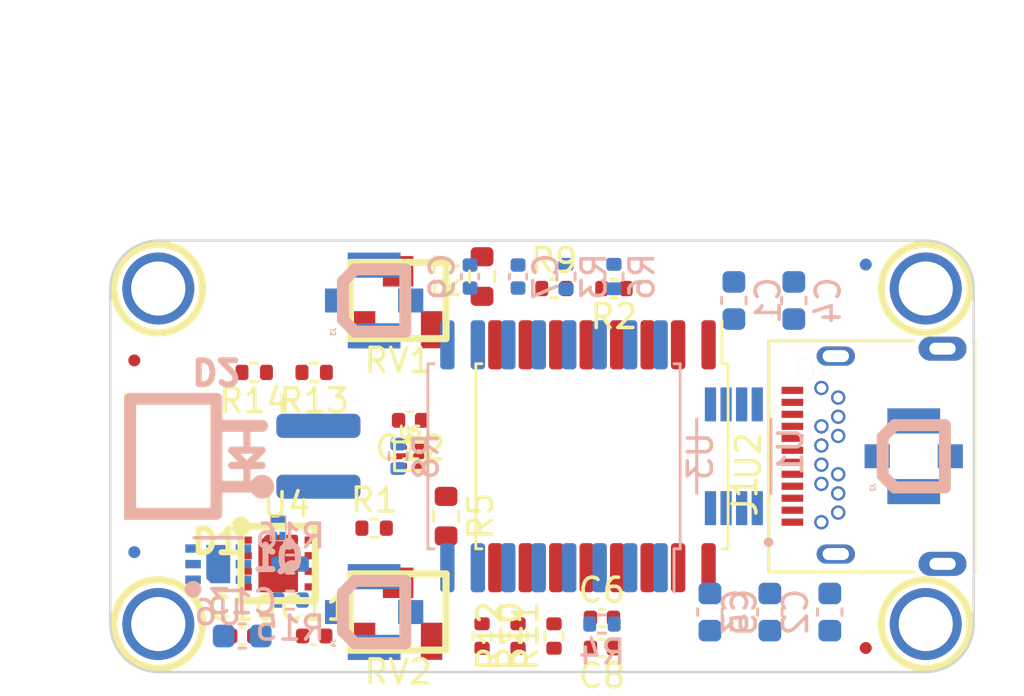
<source format=kicad_pcb>
(kicad_pcb (version 20221018) (generator pcbnew)
  (title_block (title "wingbeat_detector") (date "2023-03-17") (rev "3.0") (company "Howard Hughes Medical Institute"))
  (layers (0 "F.Cu" signal) (1 "In1.Cu" signal "Ground.Cu") (2 "In2.Cu" signal "V5+.Cu") (31 "B.Cu" signal) (34 "B.Paste" user) (35 "F.Paste" user) (36 "B.SilkS" user "B.Silkscreen") (37 "F.SilkS" user "F.Silkscreen") (38 "B.Mask" user) (39 "F.Mask" user) (44 "Edge.Cuts" user))
  (net 0 "")
  (net 3 "/GND")
  (net 12 "/power/C1+")
  (net 19 "/power/C1-")
  (net 20 "/power/C2+")
  (net 21 "/power/C2-")
  (net 22 "Net-(D2-K)")
  (net 23 "Net-(D2-A)")
  (net 28 "/filter/BANDPASS_BUFFERED")
  (net 29 "Net-(U2-Vin1)")
  (net 31 "Net-(U2-Vin2)")
  (net 32 "/filter/HIGHPASS_AMPLIFIED")
  (net 33 "Net-(U3-Vin1)")
  (net 34 "Net-(U3-Vin2)")
  (net 35 "/filter/HIGHPASS")
  (net 36 "Net-(U2-Fadj1)")
  (net 37 "Net-(U3-HPVo)")
  (net 38 "Net-(U3-Fadj1)")
  (net 39 "Net-(U2-BPVo)")
  (net 40 "Net-(U2-Fadj2)")
  (net 41 "Net-(U3-BPVo)")
  (net 42 "Net-(U3-Fadj2)")
  (net 43 "Net-(U2-AAin-)")
  (net 44 "/led/VB")
  (net 45 "/V5+")
  (net 46 "/V10+")
  (net 47 "/V10-")
  (net 48 "Net-(D1-K)")
  (net 49 "/PHOTODIODE_RAW")
  (net 51 "/filter/LOWPASS")
  (net 52 "/led/LED_ENABLE")
  (net 54 "Net-(R10-Pad2)")
  (net 56 "/photodiode/PHOTODIODE_BUFFERED")
  (net 57 "/photodiode/PHOTODIODE_BUFFERED_SCALED")
  (footprint "Janelia:MOUNTING_HOLE_2" (layer "F.Cu") (at 166 93)
    (fp_text reference "H2" hide)
    (fp_text value "MOUNTING_HOLE_2" hide)
    (fp_circle (center 0 0) (end 1.85 0) (stroke (width 0.3)) (fill none) (layer "F.SilkS"))
    (pad "1" thru_hole circle (at 0 0) (size 3 3) (drill 2.26) (layers "*.Cu" "*.Mask") (net 3 "/GND"))
  )
  (footprint "Janelia:USB_C_Receptacle_Amphenol_10137062-00021LF" (layer "F.Cu") (at 161 100 90)
    (fp_text reference "J1" (at -1.651 -2.54 90) (layer "F.SilkS"))
    (fp_text value "USB_C_10137062-00021LF")
    (fp_line (start -4.825 -1.55) (end -4.825 4.5) (stroke (width 0.127)) (layer "F.SilkS"))
    (fp_line (start -4.825 -1.55) (end 4.825 -1.55) (stroke (width 0.127)) (layer "F.SilkS"))
    (fp_line (start 4.825 -1.55) (end 4.825 4.5) (stroke (width 0.127)) (layer "F.SilkS"))
    (fp_line (start 4.825 7.05) (end -4.825 7.05) (stroke (width 0.127)) (layer "F.SilkS"))
    (fp_line (start 3.5 -0.325) (end 3.8 -0.325) (stroke (width 0.01)) (layer "Edge.Cuts"))
    (fp_line (start 3.8 0.325) (end 3.5 0.325) (stroke (width 0.01)) (layer "Edge.Cuts"))
    (fp_arc (start 3.175 0) (mid 3.27019 -0.22981) (end 3.5 -0.325) (stroke (width 0.01)) (layer "Edge.Cuts"))
    (fp_arc (start 3.5 0.325) (mid 3.27019 0.22981) (end 3.175 0) (stroke (width 0.01)) (layer "Edge.Cuts"))
    (fp_arc (start 3.8 -0.325) (mid 4.02981 -0.22981) (end 4.125 0) (stroke (width 0.01)) (layer "Edge.Cuts"))
    (fp_arc (start 4.125 0) (mid 4.02981 0.22981) (end 3.8 0.325) (stroke (width 0.01)) (layer "Edge.Cuts"))
    (pad "" np_thru_hole circle (at -3.55 0 90) (size 0.65 0.65) (drill 0.65) (layers "*.Cu" "*.Mask"))
    (pad "" np_thru_hole oval (at 3.65 0 90) (size 0.95 0.65) (drill oval 0.95 0.65) (layers "*.Cu" "*.Mask"))
    (pad "A1" smd rect (at -2.75 -0.56 90) (size 0.3 0.9) (layers "F.Cu" "F.Paste" "F.Mask") (net 3 "/GND"))
    (pad "A2" smd rect (at -2.25 -0.56 90) (size 0.3 0.9) (layers "F.Cu" "F.Paste" "F.Mask"))
    (pad "A3" smd rect (at -1.75 -0.56 90) (size 0.3 0.9) (layers "F.Cu" "F.Paste" "F.Mask"))
    (pad "A4" smd rect (at -1.25 -0.56 90) (size 0.3 0.9) (layers "F.Cu" "F.Paste" "F.Mask") (net 45 "/V5+"))
    (pad "A5" smd rect (at -0.75 -0.56 90) (size 0.3 0.9) (layers "F.Cu" "F.Paste" "F.Mask"))
    (pad "A6" smd rect (at -0.25 -0.56 90) (size 0.3 0.9) (layers "F.Cu" "F.Paste" "F.Mask"))
    (pad "A7" smd rect (at 0.25 -0.56 90) (size 0.3 0.9) (layers "F.Cu" "F.Paste" "F.Mask"))
    (pad "A8" smd rect (at 0.75 -0.56 90) (size 0.3 0.9) (layers "F.Cu" "F.Paste" "F.Mask"))
    (pad "A9" smd rect (at 1.25 -0.56 90) (size 0.3 0.9) (layers "F.Cu" "F.Paste" "F.Mask") (net 45 "/V5+"))
    (pad "A10" smd rect (at 1.75 -0.56 90) (size 0.3 0.9) (layers "F.Cu" "F.Paste" "F.Mask"))
    (pad "A11" smd rect (at 2.25 -0.56 90) (size 0.3 0.9) (layers "F.Cu" "F.Paste" "F.Mask"))
    (pad "A12" smd rect (at 2.75 -0.56 90) (size 0.3 0.9) (layers "F.Cu" "F.Paste" "F.Mask") (net 3 "/GND"))
    (pad "B1" thru_hole circle (at 2.85 0.65 90) (size 0.6 0.6) (drill 0.4) (layers "*.Cu" "*.Mask") (net 3 "/GND"))
    (pad "B2" thru_hole circle (at 2.45 1.35 90) (size 0.6 0.6) (drill 0.4) (layers "*.Cu" "*.Mask"))
    (pad "B3" thru_hole circle (at 1.65 1.35 90) (size 0.6 0.6) (drill 0.4) (layers "*.Cu" "*.Mask"))
    (pad "B4" thru_hole circle (at 1.25 0.65 90) (size 0.6 0.6) (drill 0.4) (layers "*.Cu" "*.Mask") (net 45 "/V5+"))
    (pad "B5" thru_hole circle (at 0.85 1.35 90) (size 0.6 0.6) (drill 0.4) (layers "*.Cu" "*.Mask"))
    (pad "B6" thru_hole circle (at 0.45 0.65 90) (size 0.6 0.6) (drill 0.4) (layers "*.Cu" "*.Mask"))
    (pad "B7" thru_hole circle (at -0.35 0.65 90) (size 0.6 0.6) (drill 0.4) (layers "*.Cu" "*.Mask"))
    (pad "B8" thru_hole circle (at -0.75 1.35 90) (size 0.6 0.6) (drill 0.4) (layers "*.Cu" "*.Mask"))
    (pad "B9" thru_hole circle (at -1.15 0.65 90) (size 0.6 0.6) (drill 0.4) (layers "*.Cu" "*.Mask") (net 45 "/V5+"))
    (pad "B10" thru_hole circle (at -1.55 1.35 90) (size 0.6 0.6) (drill 0.4) (layers "*.Cu" "*.Mask"))
    (pad "B11" thru_hole circle (at -2.35 1.35 90) (size 0.6 0.6) (drill 0.4) (layers "*.Cu" "*.Mask"))
    (pad "B12" thru_hole circle (at -2.75 0.65 90) (size 0.6 0.6) (drill 0.4) (layers "*.Cu" "*.Mask") (net 3 "/GND"))
    (pad "S1" thru_hole oval (at -4.08 1.25 90) (size 0.8 1.6) (drill oval 0.5 1.1) (layers "*.Cu" "*.Mask"))
    (pad "S2" thru_hole oval (at 4.18 1.25 90) (size 0.8 1.6) (drill oval 0.5 1.1) (layers "*.Cu" "*.Mask"))
    (pad "S3" thru_hole oval (at -4.49 5.7 90) (size 1 2) (drill oval 0.5 1.1) (layers "*.Cu" "*.Mask"))
    (pad "S4" thru_hole oval (at 4.49 5.7 90) (size 1 2) (drill oval 0.5 1.1) (layers "*.Cu" "*.Mask"))
  )
  (footprint "Janelia:R_0402_1005Metric" (layer "F.Cu") (at 138 96.5 180)
    (fp_text reference "R14" (at 0 -1.17) (layer "F.SilkS"))
    (fp_text value "49.9k")
    (fp_line (start -0.153641 -0.38) (end 0.153641 -0.38) (stroke (width 0.12)) (layer "F.SilkS"))
    (fp_line (start -0.153641 0.38) (end 0.153641 0.38) (stroke (width 0.12)) (layer "F.SilkS"))
    (pad "1" smd roundrect (at -0.51 0 180) (size 0.54 0.64) (layers "F.Cu" "F.Paste" "F.Mask") (net 57 "/photodiode/PHOTODIODE_BUFFERED_SCALED"))
    (pad "2" smd roundrect (at 0.51 0 180) (size 0.54 0.64) (layers "F.Cu" "F.Paste" "F.Mask") (net 3 "/GND"))
  )
  (footprint "Janelia:VSON-8-1EP_3x3mm_P0.65mm_EP1.65x2.4mm" (layer "F.Cu") (at 139 104.475)
    (fp_text reference "U4" (at 0.35 -2.45) (layer "F.SilkS"))
    (fp_text value "OPA381")
    (fp_rect (start -1.55 -1.55) (end 1.55 1.55) (stroke (width 0.3)) (fill none) (layer "F.SilkS"))
    (fp_circle (center -1.55 -1.55) (end -1.6 -1.8) (stroke (width 0.3)) (fill none) (layer "F.SilkS"))
    (pad "1" smd roundrect (at -1.4 -0.975) (size 0.6 0.3) (layers "F.Cu" "F.Paste" "F.Mask") (roundrect_rratio 0.1))
    (pad "2" smd roundrect (at -1.4 -0.325) (size 0.6 0.3) (layers "F.Cu" "F.Paste" "F.Mask") (roundrect_rratio 0.1) (net 48 "Net-(D1-K)"))
    (pad "3" smd roundrect (at -1.4 0.325) (size 0.6 0.3) (layers "F.Cu" "F.Paste" "F.Mask") (roundrect_rratio 0.1) (net 3 "/GND"))
    (pad "4" smd roundrect (at -1.4 0.975) (size 0.6 0.3) (layers "F.Cu" "F.Paste" "F.Mask") (roundrect_rratio 0.1) (net 3 "/GND"))
    (pad "5" smd roundrect (at 1.4 0.975) (size 0.6 0.3) (layers "F.Cu" "F.Paste" "F.Mask") (roundrect_rratio 0.1))
    (pad "6" smd roundrect (at 1.4 0.325) (size 0.6 0.3) (layers "F.Cu" "F.Paste" "F.Mask") (roundrect_rratio 0.1) (net 49 "/PHOTODIODE_RAW"))
    (pad "7" smd roundrect (at 1.4 -0.325) (size 0.6 0.3) (layers "F.Cu" "F.Paste" "F.Mask") (roundrect_rratio 0.1) (net 45 "/V5+"))
    (pad "8" smd roundrect (at 1.4 -0.975) (size 0.6 0.3) (layers "F.Cu" "F.Paste" "F.Mask") (roundrect_rratio 0.1))
    (pad "9" smd roundrect (at 0 0) (size 1.65 2.4) (layers "F.Cu" "F.Mask") (roundrect_rratio 0.05) (chamfer_ratio 0.2) (chamfer top_left) (net 3 "/GND"))
  )
  (footprint "Janelia:R_0402_1005Metric" (layer "F.Cu") (at 150.5 93)
    (fp_text reference "R9" (at 0 -1.17) (layer "F.SilkS"))
    (fp_text value "249")
    (fp_line (start -0.153641 -0.38) (end 0.153641 -0.38) (stroke (width 0.12)) (layer "F.SilkS"))
    (fp_line (start -0.153641 0.38) (end 0.153641 0.38) (stroke (width 0.12)) (layer "F.SilkS"))
    (pad "1" smd roundrect (at -0.51 0) (size 0.54 0.64) (layers "F.Cu" "F.Paste" "F.Mask") (net 43 "Net-(U2-AAin-)"))
    (pad "2" smd roundrect (at 0.51 0) (size 0.54 0.64) (layers "F.Cu" "F.Paste" "F.Mask") (net 3 "/GND"))
  )
  (footprint "Janelia:FIDUCIAL_0.5mm_Mask1mm" (layer "F.Cu") (at 133 96)
    (fp_text reference "FID1")
    (fp_text value "FIDUCIAL_0.5mm_MASK1mm")
    (pad "" smd circle (at 0 0) (size 0.5 0.5) (layers "F.Cu" "F.Mask") (clearance 0.25))
  )
  (footprint "Janelia:SOIC-16W_7.5x10.3mm_P1.27mm" (layer "F.Cu") (at 152.5 100 -90)
    (fp_text reference "U2" (at 0 -6.1 90) (layer "F.SilkS"))
    (fp_text value "UAF42_SMA")
    (fp_line (start -3.86 -5.26) (end -3.86 -5.005) (stroke (width 0.12)) (layer "F.SilkS"))
    (fp_line (start -3.86 -5.005) (end -5.675 -5.005) (stroke (width 0.12)) (layer "F.SilkS"))
    (fp_line (start -3.86 5.26) (end -3.86 5.005) (stroke (width 0.12)) (layer "F.SilkS"))
    (fp_line (start 0 -5.26) (end -3.86 -5.26) (stroke (width 0.12)) (layer "F.SilkS"))
    (fp_line (start 0 -5.26) (end 3.86 -5.26) (stroke (width 0.12)) (layer "F.SilkS"))
    (fp_line (start 0 5.26) (end -3.86 5.26) (stroke (width 0.12)) (layer "F.SilkS"))
    (fp_line (start 0 5.26) (end 3.86 5.26) (stroke (width 0.12)) (layer "F.SilkS"))
    (fp_line (start 3.86 -5.26) (end 3.86 -5.005) (stroke (width 0.12)) (layer "F.SilkS"))
    (fp_line (start 3.86 5.26) (end 3.86 5.005) (stroke (width 0.12)) (layer "F.SilkS"))
    (pad "1" smd roundrect (at -4.65 -4.445 270) (size 2.05 0.6) (layers "F.Cu" "F.Paste" "F.Mask"))
    (pad "2" smd roundrect (at -4.65 -3.175 270) (size 2.05 0.6) (layers "F.Cu" "F.Paste" "F.Mask") (net 3 "/GND"))
    (pad "3" smd roundrect (at -4.65 -1.905 270) (size 2.05 0.6) (layers "F.Cu" "F.Paste" "F.Mask"))
    (pad "4" smd roundrect (at -4.65 -0.635 270) (size 2.05 0.6) (layers "F.Cu" "F.Paste" "F.Mask") (net 31 "Net-(U2-Vin2)"))
    (pad "5" smd roundrect (at -4.65 0.635 270) (size 2.05 0.6) (layers "F.Cu" "F.Paste" "F.Mask") (net 35 "/filter/HIGHPASS"))
    (pad "6" smd roundrect (at -4.65 1.905 270) (size 2.05 0.6) (layers "F.Cu" "F.Paste" "F.Mask") (net 43 "Net-(U2-AAin-)"))
    (pad "7" smd roundrect (at -4.65 3.175 270) (size 2.05 0.6) (layers "F.Cu" "F.Paste" "F.Mask") (net 32 "/filter/HIGHPASS_AMPLIFIED"))
    (pad "8" smd roundrect (at -4.65 4.445 270) (size 2.05 0.6) (layers "F.Cu" "F.Paste" "F.Mask") (net 39 "Net-(U2-BPVo)"))
    (pad "9" smd roundrect (at 4.65 4.445 270) (size 2.05 0.6) (layers "F.Cu" "F.Paste" "F.Mask") (net 36 "Net-(U2-Fadj1)"))
    (pad "10" smd roundrect (at 4.65 3.175 270) (size 2.05 0.6) (layers "F.Cu" "F.Paste" "F.Mask") (net 47 "/V10-"))
    (pad "11" smd roundrect (at 4.65 1.905 270) (size 2.05 0.6) (layers "F.Cu" "F.Paste" "F.Mask") (net 46 "/V10+"))
    (pad "12" smd roundrect (at 4.65 0.635 270) (size 2.05 0.6) (layers "F.Cu" "F.Paste" "F.Mask") (net 3 "/GND"))
    (pad "13" smd roundrect (at 4.65 -0.635 270) (size 2.05 0.6) (layers "F.Cu" "F.Paste" "F.Mask") (net 29 "Net-(U2-Vin1)"))
    (pad "14" smd roundrect (at 4.65 -1.905 270) (size 2.05 0.6) (layers "F.Cu" "F.Paste" "F.Mask") (net 35 "/filter/HIGHPASS"))
    (pad "15" smd roundrect (at 4.65 -3.175 270) (size 2.05 0.6) (layers "F.Cu" "F.Paste" "F.Mask") (net 3 "/GND"))
    (pad "16" smd roundrect (at 4.65 -4.445 270) (size 2.05 0.6) (layers "F.Cu" "F.Paste" "F.Mask") (net 40 "Net-(U2-Fadj2)"))
  )
  (footprint "Janelia:R_0402_1005Metric" (layer "F.Cu") (at 149 107.5 90)
    (fp_text reference "R12" (at 0 -1.17 90) (layer "F.SilkS"))
    (fp_text value "49.9k")
    (fp_line (start -0.153641 -0.38) (end 0.153641 -0.38) (stroke (width 0.12)) (layer "F.SilkS"))
    (fp_line (start -0.153641 0.38) (end 0.153641 0.38) (stroke (width 0.12)) (layer "F.SilkS"))
    (pad "1" smd roundrect (at -0.51 0 90) (size 0.54 0.64) (layers "F.Cu" "F.Paste" "F.Mask") (net 54 "Net-(R10-Pad2)"))
    (pad "2" smd roundrect (at 0.51 0 90) (size 0.54 0.64) (layers "F.Cu" "F.Paste" "F.Mask") (net 49 "/PHOTODIODE_RAW"))
  )
  (footprint "Janelia:MOUNTING_HOLE_2" (layer "F.Cu") (at 134 107)
    (fp_text reference "H4" hide)
    (fp_text value "MOUNTING_HOLE_2" hide)
    (fp_circle (center 0 0) (end 1.85 0) (stroke (width 0.3)) (fill none) (layer "F.SilkS"))
    (pad "1" thru_hole circle (at 0 0) (size 3 3) (drill 2.26) (layers "*.Cu" "*.Mask") (net 3 "/GND"))
  )
  (footprint "Janelia:R_0402_1005Metric" (layer "F.Cu") (at 147.5 107.5 -90)
    (fp_text reference "R10" (at 0 -1.17 90) (layer "F.SilkS"))
    (fp_text value "49.9k")
    (fp_line (start -0.153641 -0.38) (end 0.153641 -0.38) (stroke (width 0.12)) (layer "F.SilkS"))
    (fp_line (start -0.153641 0.38) (end 0.153641 0.38) (stroke (width 0.12)) (layer "F.SilkS"))
    (pad "1" smd roundrect (at -0.51 0 270) (size 0.54 0.64) (layers "F.Cu" "F.Paste" "F.Mask") (net 3 "/GND"))
    (pad "2" smd roundrect (at 0.51 0 270) (size 0.54 0.64) (layers "F.Cu" "F.Paste" "F.Mask") (net 54 "Net-(R10-Pad2)"))
  )
  (footprint "Janelia:R_0402_1005Metric" (layer "F.Cu") (at 143 103)
    (fp_text reference "R1" (at 0 -1.17) (layer "F.SilkS"))
    (fp_text value "49.9k")
    (fp_line (start -0.153641 -0.38) (end 0.153641 -0.38) (stroke (width 0.12)) (layer "F.SilkS"))
    (fp_line (start -0.153641 0.38) (end 0.153641 0.38) (stroke (width 0.12)) (layer "F.SilkS"))
    (pad "1" smd roundrect (at -0.51 0) (size 0.54 0.64) (layers "F.Cu" "F.Paste" "F.Mask") (net 49 "/PHOTODIODE_RAW"))
    (pad "2" smd roundrect (at 0.51 0) (size 0.54 0.64) (layers "F.Cu" "F.Paste" "F.Mask") (net 29 "Net-(U2-Vin1)"))
  )
  (footprint "Janelia:R_0402_1005Metric" (layer "F.Cu") (at 150.5 107.5 90)
    (fp_text reference "R11" (at 0 -1.17 90) (layer "F.SilkS"))
    (fp_text value "49.9k")
    (fp_line (start -0.153641 -0.38) (end 0.153641 -0.38) (stroke (width 0.12)) (layer "F.SilkS"))
    (fp_line (start -0.153641 0.38) (end 0.153641 0.38) (stroke (width 0.12)) (layer "F.SilkS"))
    (pad "1" smd roundrect (at -0.51 0 90) (size 0.54 0.64) (layers "F.Cu" "F.Paste" "F.Mask") (net 54 "Net-(R10-Pad2)"))
    (pad "2" smd roundrect (at 0.51 0 90) (size 0.54 0.64) (layers "F.Cu" "F.Paste" "F.Mask") (net 47 "/V10-"))
  )
  (footprint "Janelia:R_0603_1608Metric" (layer "F.Cu") (at 146 102.5 -90)
    (fp_text reference "R5" (at 0 -1.43 90) (layer "F.SilkS"))
    (fp_text value "3.65M")
    (fp_line (start -0.237258 -0.5225) (end 0.237258 -0.5225) (stroke (width 0.12)) (layer "F.SilkS"))
    (fp_line (start -0.237258 0.5225) (end 0.237258 0.5225) (stroke (width 0.12)) (layer "F.SilkS"))
    (pad "1" smd roundrect (at -0.825 0 270) (size 0.8 0.95) (layers "F.Cu" "F.Paste" "F.Mask") (net 35 "/filter/HIGHPASS"))
    (pad "2" smd roundrect (at 0.825 0 270) (size 0.8 0.95) (layers "F.Cu" "F.Paste" "F.Mask") (net 36 "Net-(U2-Fadj1)"))
  )
  (footprint "Janelia:R_0603_1608Metric" (layer "F.Cu") (at 147.5 92.5 90)
    (fp_text reference "R7" (at 0 -1.43 90) (layer "F.SilkS"))
    (fp_text value "3.65M")
    (fp_line (start -0.237258 -0.5225) (end 0.237258 -0.5225) (stroke (width 0.12)) (layer "F.SilkS"))
    (fp_line (start -0.237258 0.5225) (end 0.237258 0.5225) (stroke (width 0.12)) (layer "F.SilkS"))
    (pad "1" smd roundrect (at -0.825 0 90) (size 0.8 0.95) (layers "F.Cu" "F.Paste" "F.Mask") (net 39 "Net-(U2-BPVo)"))
    (pad "2" smd roundrect (at 0.825 0 90) (size 0.8 0.95) (layers "F.Cu" "F.Paste" "F.Mask") (net 40 "Net-(U2-Fadj2)"))
  )
  (footprint "Janelia:MOUNTING_HOLE_2" (layer "F.Cu") (at 166 107)
    (fp_text reference "H3" hide)
    (fp_text value "MOUNTING_HOLE_2" hide)
    (fp_circle (center 0 0) (end 1.85 0) (stroke (width 0.3)) (fill none) (layer "F.SilkS"))
    (pad "1" thru_hole circle (at 0 0) (size 3 3) (drill 2.26) (layers "*.Cu" "*.Mask") (net 3 "/GND"))
  )
  (footprint "Janelia:C_0402_1005Metric" (layer "F.Cu") (at 152.5 108 180)
    (fp_text reference "C8" (at 0 -1.16) (layer "F.SilkS"))
    (fp_text value "0.1uF")
    (fp_line (start -0.107836 -0.36) (end 0.107836 -0.36) (stroke (width 0.12)) (layer "F.SilkS"))
    (fp_line (start -0.107836 0.36) (end 0.107836 0.36) (stroke (width 0.12)) (layer "F.SilkS"))
    (pad "1" smd roundrect (at -0.48 0 180) (size 0.56 0.62) (layers "F.Cu" "F.Paste" "F.Mask") (net 3 "/GND"))
    (pad "2" smd roundrect (at 0.48 0 180) (size 0.56 0.62) (layers "F.Cu" "F.Paste" "F.Mask") (net 47 "/V10-"))
  )
  (footprint "Janelia:PHOTODIODE_RADIAL_RA_SMD_BRIGHT" (layer "F.Cu") (at 136.425 100 -90)
    (fp_text reference "D1" (at 3.556 0 unlocked) (layer "F.SilkS") (effects (font (thickness 0.25) bold)))
    (fp_text value "PHOTODIODE")
    (fp_line (start -1.27 0) (end -1.27 -1.905) (stroke (width 0.5)) (layer "F.SilkS"))
    (fp_line (start -0.254 -1.905) (end -0.254 -0.635) (stroke (width 0.3)) (layer "F.SilkS"))
    (fp_line (start -0.254 -1.27) (end -1.27 -1.27) (stroke (width 0.3)) (layer "F.SilkS"))
    (fp_line (start -0.254 -0.635) (end 0.381 -1.27) (stroke (width 0.3)) (layer "F.SilkS"))
    (fp_line (start 0.381 -1.905) (end 0.381 -0.635) (stroke (width 0.3)) (layer "F.SilkS"))
    (fp_line (start 0.381 -1.27) (end -0.254 -1.905) (stroke (width 0.3)) (layer "F.SilkS"))
    (fp_line (start 0.381 -1.27) (end 1.27 -1.27) (stroke (width 0.3)) (layer "F.SilkS"))
    (fp_line (start 1.27 0) (end 1.27 -1.905) (stroke (width 0.5)) (layer "F.SilkS"))
    (fp_rect (start -2.4 3.6) (end 2.4 0) (stroke (width 0.5)) (fill none) (layer "F.SilkS"))
    (fp_circle (center 1.27 -1.905) (end 1.27 -2.255) (stroke (width 0.3)) (fill none) (layer "F.SilkS"))
    (pad "1" smd roundrect (at 1.27 -4.25) (size 3.5 1) (layers "F.Cu" "F.Paste" "F.Mask") (net 48 "Net-(D1-K)"))
    (pad "2" smd roundrect (at -1.27 -4.25) (size 3.5 1) (layers "F.Cu" "F.Paste" "F.Mask") (net 3 "/GND"))
  )
  (footprint "Janelia:Potentiometer_Bourns_3223W_Vertical" (layer "F.Cu") (at 144 106.5 90)
    (fp_text reference "RV2" (at -2.5 0) (layer "F.SilkS"))
    (fp_text value "500k")
    (fp_rect (start -1.59 -2) (end 1.59 2) (stroke (width 0.3)) (fill none) (layer "F.SilkS"))
    (pad "1" smd rect (at -1.22 -1.395 90) (size 1.55 0.89) (layers "F.Cu" "F.Paste" "F.Mask") (net 48 "Net-(D1-K)"))
    (pad "2" smd rect (at 1.22 0 90) (size 1.27 1.27) (layers "F.Cu" "F.Paste" "F.Mask") (net 49 "/PHOTODIODE_RAW"))
    (pad "3" smd rect (at -1.22 1.395 90) (size 1.55 0.89) (layers "F.Cu" "F.Paste" "F.Mask"))
  )
  (footprint "Janelia:C_0402_1005Metric" (layer "F.Cu") (at 152.5 106.75)
    (fp_text reference "C6" (at 0 -1.16) (layer "F.SilkS"))
    (fp_text value "0.1uF")
    (fp_line (start -0.107836 -0.36) (end 0.107836 -0.36) (stroke (width 0.12)) (layer "F.SilkS"))
    (fp_line (start -0.107836 0.36) (end 0.107836 0.36) (stroke (width 0.12)) (layer "F.SilkS"))
    (pad "1" smd roundrect (at -0.48 0) (size 0.56 0.62) (layers "F.Cu" "F.Paste" "F.Mask") (net 46 "/V10+"))
    (pad "2" smd roundrect (at 0.48 0) (size 0.56 0.62) (layers "F.Cu" "F.Paste" "F.Mask") (net 3 "/GND"))
  )
  (footprint "Janelia:C_0402_1005Metric" (layer "F.Cu") (at 137.5 107.5)
    (fp_text reference "C10" (at 0 -1.16) (layer "F.SilkS"))
    (fp_text value "0.1uF")
    (fp_line (start -0.107836 -0.36) (end 0.107836 -0.36) (stroke (width 0.12)) (layer "F.SilkS"))
    (fp_line (start -0.107836 0.36) (end 0.107836 0.36) (stroke (width 0.12)) (layer "F.SilkS"))
    (pad "1" smd roundrect (at -0.48 0) (size 0.56 0.62) (layers "F.Cu" "F.Paste" "F.Mask") (net 45 "/V5+"))
    (pad "2" smd roundrect (at 0.48 0) (size 0.56 0.62) (layers "F.Cu" "F.Paste" "F.Mask") (net 3 "/GND"))
  )
  (footprint "Janelia:FIDUCIAL_0.5mm_Mask1mm" (layer "F.Cu") (at 163.5 108)
    (fp_text reference "FID3")
    (fp_text value "FIDUCIAL_0.5mm_MASK1mm")
    (pad "" smd circle (at 0 0) (size 0.5 0.5) (layers "F.Cu" "F.Mask") (clearance 0.25))
  )
  (footprint "Janelia:R_0402_1005Metric" (layer "F.Cu") (at 153 93 180)
    (fp_text reference "R2" (at 0 -1.17) (layer "F.SilkS"))
    (fp_text value "68.1k")
    (fp_line (start -0.153641 -0.38) (end 0.153641 -0.38) (stroke (width 0.12)) (layer "F.SilkS"))
    (fp_line (start -0.153641 0.38) (end 0.153641 0.38) (stroke (width 0.12)) (layer "F.SilkS"))
    (pad "1" smd roundrect (at -0.51 0 180) (size 0.54 0.64) (layers "F.Cu" "F.Paste" "F.Mask") (net 31 "Net-(U2-Vin2)"))
    (pad "2" smd roundrect (at 0.51 0 180) (size 0.54 0.64) (layers "F.Cu" "F.Paste" "F.Mask") (net 3 "/GND"))
  )
  (footprint "Janelia:C_0402_1005Metric" (layer "F.Cu") (at 144.5 98.5 180)
    (fp_text reference "C12" (at 0 -1.16) (layer "F.SilkS"))
    (fp_text value "0.1uF")
    (fp_line (start -0.107836 -0.36) (end 0.107836 -0.36) (stroke (width 0.12)) (layer "F.SilkS"))
    (fp_line (start -0.107836 0.36) (end 0.107836 0.36) (stroke (width 0.12)) (layer "F.SilkS"))
    (pad "1" smd roundrect (at -0.48 0 180) (size 0.56 0.62) (layers "F.Cu" "F.Paste" "F.Mask") (net 45 "/V5+"))
    (pad "2" smd roundrect (at 0.48 0 180) (size 0.56 0.62) (layers "F.Cu" "F.Paste" "F.Mask") (net 3 "/GND"))
  )
  (footprint "Janelia:PSON40P120X130X50-6N" (layer "F.Cu") (at 144.5 100)
    (fp_text reference "U5" (at 0 -1) (layer "F.SilkS") (effects (font (size 0.48 0.48))))
    (fp_text value "TSV630IQ1T")
    (fp_rect (start -0.65 -0.6) (end 0.65 0.6) (stroke (width 0.127)) (fill none) (layer "F.SilkS"))
    (fp_circle (center -0.7 -0.65) (end -0.65 -0.65) (stroke (width 0.1)) (fill none) (layer "F.SilkS"))
    (pad "1" smd roundrect (at -0.3625 -0.4) (size 0.475 0.25) (layers "F.Cu" "F.Paste" "F.Mask") (roundrect_rratio 0.2) (chamfer_ratio 0.4) (chamfer top_right) (net 56 "/photodiode/PHOTODIODE_BUFFERED"))
    (pad "2" smd roundrect (at -0.3625 0) (size 0.475 0.25) (layers "F.Cu" "F.Paste" "F.Mask") (roundrect_rratio 0.2) (net 3 "/GND"))
    (pad "3" smd roundrect (at -0.3625 0.4) (size 0.475 0.25) (layers "F.Cu" "F.Paste" "F.Mask") (roundrect_rratio 0.2) (net 56 "/photodiode/PHOTODIODE_BUFFERED"))
    (pad "4" smd roundrect (at 0.3625 0.4) (size 0.475 0.25) (layers "F.Cu" "F.Paste" "F.Mask") (roundrect_rratio 0.2) (net 49 "/PHOTODIODE_RAW"))
    (pad "5" smd roundrect (at 0.3625 0) (size 0.475 0.25) (layers "F.Cu" "F.Paste" "F.Mask") (roundrect_rratio 0.2) (net 45 "/V5+"))
    (pad "6" smd roundrect (at 0.3625 -0.4) (size 0.475 0.25) (layers "F.Cu" "F.Paste" "F.Mask") (roundrect_rratio 0.2) (net 45 "/V5+"))
  )
  (footprint "Janelia:MOUNTING_HOLE_2" (layer "F.Cu") (at 134 93)
    (fp_text reference "H1" hide)
    (fp_text value "MOUNTING_HOLE_2" hide)
    (fp_circle (center 0 0) (end 1.85 0) (stroke (width 0.3)) (fill none) (layer "F.SilkS"))
    (pad "1" thru_hole circle (at 0 0) (size 3 3) (drill 2.26) (layers "*.Cu" "*.Mask") (net 3 "/GND"))
  )
  (footprint "Janelia:R_0402_1005Metric" (layer "F.Cu") (at 140.5 96.5 180)
    (fp_text reference "R13" (at 0 -1.17) (layer "F.SilkS"))
    (fp_text value "23.2k")
    (fp_line (start -0.153641 -0.38) (end 0.153641 -0.38) (stroke (width 0.12)) (layer "F.SilkS"))
    (fp_line (start -0.153641 0.38) (end 0.153641 0.38) (stroke (width 0.12)) (layer "F.SilkS"))
    (pad "1" smd roundrect (at -0.51 0 180) (size 0.54 0.64) (layers "F.Cu" "F.Paste" "F.Mask") (net 56 "/photodiode/PHOTODIODE_BUFFERED"))
    (pad "2" smd roundrect (at 0.51 0 180) (size 0.54 0.64) (layers "F.Cu" "F.Paste" "F.Mask") (net 57 "/photodiode/PHOTODIODE_BUFFERED_SCALED"))
  )
  (footprint "Janelia:C_0402_1005Metric" (layer "F.Cu") (at 140.5 107.5)
    (fp_text reference "C11" (at 0 -1.16) (layer "F.SilkS"))
    (fp_text value "2pF")
    (fp_line (start -0.107836 -0.36) (end 0.107836 -0.36) (stroke (width 0.12)) (layer "F.SilkS"))
    (fp_line (start -0.107836 0.36) (end 0.107836 0.36) (stroke (width 0.12)) (layer "F.SilkS"))
    (pad "1" smd roundrect (at -0.48 0) (size 0.56 0.62) (layers "F.Cu" "F.Paste" "F.Mask") (net 48 "Net-(D1-K)"))
    (pad "2" smd roundrect (at 0.48 0) (size 0.56 0.62) (layers "F.Cu" "F.Paste" "F.Mask") (net 49 "/PHOTODIODE_RAW"))
  )
  (footprint "Janelia:Potentiometer_Bourns_3223W_Vertical" (layer "F.Cu") (at 144 93.5 90)
    (fp_text reference "RV1" (at -2.5 0) (layer "F.SilkS"))
    (fp_text value "500k")
    (fp_rect (start -1.59 -2) (end 1.59 2) (stroke (width 0.3)) (fill none) (layer "F.SilkS"))
    (pad "1" smd rect (at -1.22 -1.395 90) (size 1.55 0.89) (layers "F.Cu" "F.Paste" "F.Mask") (net 43 "Net-(U2-AAin-)"))
    (pad "2" smd rect (at 1.22 0 90) (size 1.27 1.27) (layers "F.Cu" "F.Paste" "F.Mask") (net 32 "/filter/HIGHPASS_AMPLIFIED"))
    (pad "3" smd rect (at -1.22 1.395 90) (size 1.55 0.89) (layers "F.Cu" "F.Paste" "F.Mask"))
  )
  (footprint "Janelia:C_0402_1005Metric" (layer "B.Cu") (at 149 92.5 90)
    (fp_text reference "C7" (at 0 1.16 90) (layer "B.SilkS") (effects (justify mirror)))
    (fp_text value "0.1uF")
    (fp_line (start -0.107836 -0.36) (end 0.107836 -0.36) (stroke (width 0.12)) (layer "B.SilkS"))
    (fp_line (start -0.107836 0.36) (end 0.107836 0.36) (stroke (width 0.12)) (layer "B.SilkS"))
    (pad "1" smd roundrect (at -0.48 0 90) (size 0.56 0.62) (layers "B.Cu" "B.Paste" "B.Mask") (net 46 "/V10+"))
    (pad "2" smd roundrect (at 0.48 0 90) (size 0.56 0.62) (layers "B.Cu" "B.Paste" "B.Mask") (net 3 "/GND"))
  )
  (footprint "Janelia:C_0603_1608Metric" (layer "B.Cu") (at 137.5 107.5 180)
    (fp_text reference "C13" (at 0 1.43) (layer "B.SilkS") (effects (justify mirror)))
    (fp_text value "4.7uF")
    (fp_line (start -0.14058 -0.51) (end 0.14058 -0.51) (stroke (width 0.12)) (layer "B.SilkS"))
    (fp_line (start -0.14058 0.51) (end 0.14058 0.51) (stroke (width 0.12)) (layer "B.SilkS"))
    (pad "1" smd roundrect (at -0.775 0 180) (size 0.9 0.95) (layers "B.Cu" "B.Paste" "B.Mask") (net 45 "/V5+"))
    (pad "2" smd roundrect (at 0.775 0 180) (size 0.9 0.95) (layers "B.Cu" "B.Paste" "B.Mask") (net 3 "/GND"))
  )
  (footprint "Janelia:R_0402_1005Metric" (layer "B.Cu") (at 151 92.5 90)
    (fp_text reference "R3" (at 0 1.17 90) (layer "B.SilkS") (effects (justify mirror)))
    (fp_text value "49.9k")
    (fp_line (start -0.153641 -0.38) (end 0.153641 -0.38) (stroke (width 0.12)) (layer "B.SilkS"))
    (fp_line (start -0.153641 0.38) (end 0.153641 0.38) (stroke (width 0.12)) (layer "B.SilkS"))
    (pad "1" smd roundrect (at -0.51 0 90) (size 0.54 0.64) (layers "B.Cu" "B.Paste" "B.Mask") (net 32 "/filter/HIGHPASS_AMPLIFIED"))
    (pad "2" smd roundrect (at 0.51 0 90) (size 0.54 0.64) (layers "B.Cu" "B.Paste" "B.Mask") (net 33 "Net-(U3-Vin1)"))
  )
  (footprint "Janelia:C_0603_1608Metric" (layer "B.Cu") (at 160.5 93.5 90)
    (fp_text reference "C4" (at 0 1.43 90) (layer "B.SilkS") (effects (justify mirror)))
    (fp_text value "4.7uF")
    (fp_line (start -0.14058 -0.51) (end 0.14058 -0.51) (stroke (width 0.12)) (layer "B.SilkS"))
    (fp_line (start -0.14058 0.51) (end 0.14058 0.51) (stroke (width 0.12)) (layer "B.SilkS"))
    (pad "1" smd roundrect (at -0.775 0 90) (size 0.9 0.95) (layers "B.Cu" "B.Paste" "B.Mask") (net 46 "/V10+"))
    (pad "2" smd roundrect (at 0.775 0 90) (size 0.9 0.95) (layers "B.Cu" "B.Paste" "B.Mask") (net 3 "/GND"))
  )
  (footprint "Janelia:C_0603_1608Metric" (layer "B.Cu") (at 157 106.5 90)
    (fp_text reference "C5" (at 0 1.43 90) (layer "B.SilkS") (effects (justify mirror)))
    (fp_text value "4.7uF")
    (fp_line (start -0.14058 -0.51) (end 0.14058 -0.51) (stroke (width 0.12)) (layer "B.SilkS"))
    (fp_line (start -0.14058 0.51) (end 0.14058 0.51) (stroke (width 0.12)) (layer "B.SilkS"))
    (pad "1" smd roundrect (at -0.775 0 90) (size 0.9 0.95) (layers "B.Cu" "B.Paste" "B.Mask") (net 3 "/GND"))
    (pad "2" smd roundrect (at 0.775 0 90) (size 0.9 0.95) (layers "B.Cu" "B.Paste" "B.Mask") (net 47 "/V10-"))
  )
  (footprint "Janelia:C_0603_1608Metric" (layer "B.Cu") (at 158 93.5 90)
    (fp_text reference "C1" (at 0 1.43 90) (layer "B.SilkS") (effects (justify mirror)))
    (fp_text value "4.7uF")
    (fp_line (start -0.14058 -0.51) (end 0.14058 -0.51) (stroke (width 0.12)) (layer "B.SilkS"))
    (fp_line (start -0.14058 0.51) (end 0.14058 0.51) (stroke (width 0.12)) (layer "B.SilkS"))
    (pad "1" smd roundrect (at -0.775 0 90) (size 0.9 0.95) (layers "B.Cu" "B.Paste" "B.Mask") (net 45 "/V5+"))
    (pad "2" smd roundrect (at 0.775 0 90) (size 0.9 0.95) (layers "B.Cu" "B.Paste" "B.Mask") (net 3 "/GND"))
  )
  (footprint "Janelia:R_0402_1005Metric" (layer "B.Cu") (at 153 92.5 90)
    (fp_text reference "R6" (at 0 1.17 90) (layer "B.SilkS") (effects (justify mirror)))
    (fp_text value "49.9k")
    (fp_line (start -0.153641 -0.38) (end 0.153641 -0.38) (stroke (width 0.12)) (layer "B.SilkS"))
    (fp_line (start -0.153641 0.38) (end 0.153641 0.38) (stroke (width 0.12)) (layer "B.SilkS"))
    (pad "1" smd roundrect (at -0.51 0 90) (size 0.54 0.64) (layers "B.Cu" "B.Paste" "B.Mask") (net 37 "Net-(U3-HPVo)"))
    (pad "2" smd roundrect (at 0.51 0 90) (size 0.54 0.64) (layers "B.Cu" "B.Paste" "B.Mask") (net 38 "Net-(U3-Fadj1)"))
  )
  (footprint "Janelia:R_0402_1005Metric" (layer "B.Cu") (at 152.5 107)
    (fp_text reference "R4" (at 0 1.17) (layer "B.SilkS") (effects (justify mirror)))
    (fp_text value "68.1k")
    (fp_line (start -0.153641 -0.38) (end 0.153641 -0.38) (stroke (width 0.12)) (layer "B.SilkS"))
    (fp_line (start -0.153641 0.38) (end 0.153641 0.38) (stroke (width 0.12)) (layer "B.SilkS"))
    (pad "1" smd roundrect (at -0.51 0) (size 0.54 0.64) (layers "B.Cu" "B.Paste" "B.Mask") (net 34 "Net-(U3-Vin2)"))
    (pad "2" smd roundrect (at 0.51 0) (size 0.54 0.64) (layers "B.Cu" "B.Paste" "B.Mask") (net 3 "/GND"))
  )
  (footprint "Janelia:FIDUCIAL_0.5mm_Mask1mm" (layer "B.Cu") (at 163.5 92 180)
    (fp_text reference "FID2")
    (fp_text value "FIDUCIAL_0.5mm_MASK1mm")
    (pad "" smd circle (at 0 0 180) (size 0.5 0.5) (layers "B.Cu" "B.Mask") (clearance 0.25))
  )
  (footprint "Janelia:DFN-6-1EP_2x2mm_P0.65mm_EP1x1.6mm" (layer "B.Cu") (at 136.5 104.5)
    (fp_text reference "U6" (at 0 2.025 180) (layer "B.SilkS") (effects (justify mirror)))
    (fp_text value "LED_DRV_50mA")
    (fp_line (start -1 -1.1) (end 1 -1.1) (stroke (width 0.15)) (layer "B.SilkS"))
    (fp_line (start 0 1.1) (end 1 1.1) (stroke (width 0.15)) (layer "B.SilkS"))
    (fp_circle (center -1.05 1.05) (end -1.049999 1.05) (stroke (width 0.35)) (fill none) (layer "B.SilkS"))
    (pad "1" smd rect (at -1.05 0.65) (size 0.65 0.35) (layers "B.Cu" "B.Paste" "B.Mask") (net 23 "Net-(D2-A)"))
    (pad "2" smd rect (at -1.05 0) (size 0.65 0.35) (layers "B.Cu" "B.Paste" "B.Mask"))
    (pad "3" smd rect (at -1.05 -0.65) (size 0.65 0.35) (layers "B.Cu" "B.Paste" "B.Mask") (net 22 "Net-(D2-K)"))
    (pad "4" smd rect (at 1.05 -0.65) (size 0.65 0.35) (layers "B.Cu" "B.Paste" "B.Mask") (net 44 "/led/VB"))
    (pad "5" smd rect (at 1.05 0) (size 0.65 0.35) (layers "B.Cu" "B.Paste" "B.Mask"))
    (pad "6" smd rect (at 1.05 0.65) (size 0.65 0.35) (layers "B.Cu" "B.Paste" "B.Mask") (net 45 "/V5+"))
    (pad "7" smd roundrect (at 0 0) (size 1 1.6) (layers "B.Cu" "B.Mask") (roundrect_rratio 0) (chamfer_ratio 0.2) (chamfer bottom_left) (net 3 "/GND"))
  )
  (footprint "Janelia:UMC_AMPHENOL_A-1JB" (layer "B.Cu") (at 143 93.5 -90)
    (fp_text reference "J3" (at 1.3 1.7 90) (layer "B.SilkS") (effects (font (size 0.200063 0.200063)) (justify mirror)))
    (fp_text value "CONN_UMC_JACK_SMD")
    (fp_line (start -1.3 -1.3) (end 1.3 -1.3) (stroke (width 0.5)) (layer "B.SilkS"))
    (fp_line (start -1.3 0.8) (end -1.3 -1.3) (stroke (width 0.5)) (layer "B.SilkS"))
    (fp_line (start -0.8 1.3) (end -1.3 0.8) (stroke (width 0.5)) (layer "B.SilkS"))
    (fp_line (start -0.8 1.3) (end 0.8 1.3) (stroke (width 0.5)) (layer "B.SilkS"))
    (fp_line (start 0.8 1.3) (end 1.3 0.8) (stroke (width 0.5)) (layer "B.SilkS"))
    (fp_line (start 1.3 0.8) (end 1.3 -1.3) (stroke (width 0.5)) (layer "B.SilkS"))
    (pad "1" smd rect (at 0 1.525 270) (size 1 1.05) (layers "B.Cu" "B.Paste" "B.Mask") (net 57 "/photodiode/PHOTODIODE_BUFFERED_SCALED"))
    (pad "2" smd roundrect (at -1.475 0 270) (size 1.05 2.2) (layers "B.Cu" "B.Paste" "B.Mask") (roundrect_rratio 0) (chamfer_ratio 0.25) (chamfer bottom_right) (net 3 "/GND"))
    (pad "2" smd rect (at 0 -1.525 270) (size 1 1.05) (layers "B.Cu" "B.Paste" "B.Mask") (net 3 "/GND"))
    (pad "2" smd roundrect (at 1.475 0 270) (size 1.05 2.2) (layers "B.Cu" "B.Paste" "B.Mask") (roundrect_rratio 0) (chamfer_ratio 0.25) (chamfer bottom_left) (net 3 "/GND"))
  )
  (footprint "Janelia:LED_RADIAL_RA_SMD_BRIGHT" (layer "B.Cu") (at 136.425 100 90)
    (fp_text reference "D2" (at 3.556 0 180 unlocked) (layer "B.SilkS") (effects (font (thickness 0.25) bold) (justify mirror)))
    (fp_text value "LED")
    (fp_line (start -1.27 0) (end -1.27 1.905) (stroke (width 0.5)) (layer "B.SilkS"))
    (fp_line (start -0.381 0.635) (end -0.381 1.905) (stroke (width 0.3)) (layer "B.SilkS"))
    (fp_line (start -0.381 1.27) (end -1.27 1.27) (stroke (width 0.3)) (layer "B.SilkS"))
    (fp_line (start -0.381 1.27) (end 0.254 0.635) (stroke (width 0.3)) (layer "B.SilkS"))
    (fp_line (start 0.254 0.635) (end 0.254 1.905) (stroke (width 0.3)) (layer "B.SilkS"))
    (fp_line (start 0.254 1.27) (end 1.27 1.27) (stroke (width 0.3)) (layer "B.SilkS"))
    (fp_line (start 0.254 1.905) (end -0.381 1.27) (stroke (width 0.3)) (layer "B.SilkS"))
    (fp_line (start 1.27 0) (end 1.27 1.905) (stroke (width 0.5)) (layer "B.SilkS"))
    (fp_rect (start -2.4 -3.6) (end 2.4 0) (stroke (width 0.5)) (fill none) (layer "B.SilkS"))
    (fp_circle (center -1.27 1.905) (end -1.27 2.255) (stroke (width 0.3)) (fill none) (layer "B.SilkS"))
    (pad "1" smd roundrect (at -1.27 4.25) (size 3.5 1) (layers "B.Cu" "B.Paste" "B.Mask") (net 22 "Net-(D2-K)"))
    (pad "2" smd roundrect (at 1.27 4.25) (size 3.5 1) (layers "B.Cu" "B.Paste" "B.Mask") (net 23 "Net-(D2-A)"))
  )
  (footprint "Janelia:SOP65P490X110-8N" (layer "B.Cu") (at 158 100 90)
    (fp_text reference "U1" (at 0.205 2.362 90) (layer "B.SilkS") (effects (justify mirror)))
    (fp_text value "MAX865EUA+")
    (fp_line (start -1.55 -1.55) (end 1.55 -1.55) (stroke (width 0.127)) (layer "B.SilkS"))
    (fp_line (start -1.55 1.55) (end 1.55 1.55) (stroke (width 0.127)) (layer "B.SilkS"))
    (fp_circle (center -3.585 1.445) (end -3.485 1.445) (stroke (width 0.2)) (fill none) (layer "B.SilkS"))
    (pad "1" smd roundrect (at -2.165 0.975 90) (size 1.42 0.47) (layers "B.Cu" "B.Paste" "B.Mask") (roundrect_rratio 0.06) (net 19 "/power/C1-"))
    (pad "2" smd roundrect (at -2.165 0.325 90) (size 1.42 0.47) (layers "B.Cu" "B.Paste" "B.Mask") (roundrect_rratio 0.06) (net 20 "/power/C2+"))
    (pad "3" smd roundrect (at -2.165 -0.325 90) (size 1.42 0.47) (layers "B.Cu" "B.Paste" "B.Mask") (roundrect_rratio 0.06) (net 21 "/power/C2-"))
    (pad "4" smd roundrect (at -2.165 -0.975 90) (size 1.42 0.47) (layers "B.Cu" "B.Paste" "B.Mask") (roundrect_rratio 0.06) (net 47 "/V10-"))
    (pad "5" smd roundrect (at 2.165 -0.975 90) (size 1.42 0.47) (layers "B.Cu" "B.Paste" "B.Mask") (roundrect_rratio 0.06) (net 3 "/GND"))
    (pad "6" smd roundrect (at 2.165 -0.325 90) (size 1.42 0.47) (layers "B.Cu" "B.Paste" "B.Mask") (roundrect_rratio 0.06) (net 45 "/V5+"))
    (pad "7" smd roundrect (at 2.165 0.325 90) (size 1.42 0.47) (layers "B.Cu" "B.Paste" "B.Mask") (roundrect_rratio 0.06) (net 46 "/V10+"))
    (pad "8" smd roundrect (at 2.165 0.975 90) (size 1.42 0.47) (layers "B.Cu" "B.Paste" "B.Mask") (roundrect_rratio 0.06) (net 12 "/power/C1+"))
  )
  (footprint "Janelia:SOIC-16W_7.5x10.3mm_P1.27mm" (layer "B.Cu") (at 150.5 100 90)
    (fp_text reference "U3" (at 0 6.1 90) (layer "B.SilkS") (effects (justify mirror)))
    (fp_text value "UAF42_SMA")
    (fp_line (start -3.86 -5.26) (end -3.86 -5.005) (stroke (width 0.12)) (layer "B.SilkS"))
    (fp_line (start -3.86 5.005) (end -5.675 5.005) (stroke (width 0.12)) (layer "B.SilkS"))
    (fp_line (start -3.86 5.26) (end -3.86 5.005) (stroke (width 0.12)) (layer "B.SilkS"))
    (fp_line (start 0 -5.26) (end -3.86 -5.26) (stroke (width 0.12)) (layer "B.SilkS"))
    (fp_line (start 0 -5.26) (end 3.86 -5.26) (stroke (width 0.12)) (layer "B.SilkS"))
    (fp_line (start 0 5.26) (end -3.86 5.26) (stroke (width 0.12)) (layer "B.SilkS"))
    (fp_line (start 0 5.26) (end 3.86 5.26) (stroke (width 0.12)) (layer "B.SilkS"))
    (fp_line (start 3.86 -5.26) (end 3.86 -5.005) (stroke (width 0.12)) (layer "B.SilkS"))
    (fp_line (start 3.86 5.26) (end 3.86 5.005) (stroke (width 0.12)) (layer "B.SilkS"))
    (pad "1" smd roundrect (at -4.65 4.445 90) (size 2.05 0.6) (layers "B.Cu" "B.Paste" "B.Mask") (net 51 "/filter/LOWPASS"))
    (pad "2" smd roundrect (at -4.65 3.175 90) (size 2.05 0.6) (layers "B.Cu" "B.Paste" "B.Mask") (net 3 "/GND"))
    (pad "3" smd roundrect (at -4.65 1.905 90) (size 2.05 0.6) (layers "B.Cu" "B.Paste" "B.Mask"))
    (pad "4" smd roundrect (at -4.65 0.635 90) (size 2.05 0.6) (layers "B.Cu" "B.Paste" "B.Mask") (net 34 "Net-(U3-Vin2)"))
    (pad "5" smd roundrect (at -4.65 -0.635 90) (size 2.05 0.6) (layers "B.Cu" "B.Paste" "B.Mask") (net 51 "/filter/LOWPASS"))
    (pad "6" smd roundrect (at -4.65 -1.905 90) (size 2.05 0.6) (layers "B.Cu" "B.Paste" "B.Mask") (net 28 "/filter/BANDPASS_BUFFERED"))
    (pad "7" smd roundrect (at -4.65 -3.175 90) (size 2.05 0.6) (layers "B.Cu" "B.Paste" "B.Mask") (net 28 "/filter/BANDPASS_BUFFERED"))
    (pad "8" smd roundrect (at -4.65 -4.445 90) (size 2.05 0.6) (layers "B.Cu" "B.Paste" "B.Mask") (net 41 "Net-(U3-BPVo)"))
    (pad "9" smd roundrect (at 4.65 -4.445 90) (size 2.05 0.6) (layers "B.Cu" "B.Paste" "B.Mask") (net 38 "Net-(U3-Fadj1)"))
    (pad "10" smd roundrect (at 4.65 -3.175 90) (size 2.05 0.6) (layers "B.Cu" "B.Paste" "B.Mask") (net 47 "/V10-"))
    (pad "11" smd roundrect (at 4.65 -1.905 90) (size 2.05 0.6) (layers "B.Cu" "B.Paste" "B.Mask") (net 46 "/V10+"))
    (pad "12" smd roundrect (at 4.65 -0.635 90) (size 2.05 0.6) (layers "B.Cu" "B.Paste" "B.Mask") (net 3 "/GND"))
    (pad "13" smd roundrect (at 4.65 0.635 90) (size 2.05 0.6) (layers "B.Cu" "B.Paste" "B.Mask") (net 33 "Net-(U3-Vin1)"))
    (pad "14" smd roundrect (at 4.65 1.905 90) (size 2.05 0.6) (layers "B.Cu" "B.Paste" "B.Mask") (net 37 "Net-(U3-HPVo)"))
    (pad "15" smd roundrect (at 4.65 3.175 90) (size 2.05 0.6) (layers "B.Cu" "B.Paste" "B.Mask") (net 3 "/GND"))
    (pad "16" smd roundrect (at 4.65 4.445 90) (size 2.05 0.6) (layers "B.Cu" "B.Paste" "B.Mask") (net 42 "Net-(U3-Fadj2)"))
  )
  (footprint "Janelia:UMC_AMPHENOL_A-1JB" (layer "B.Cu") (at 143 106.5 -90)
    (fp_text reference "J4" (at 1.3 1.7 90) (layer "B.SilkS") (effects (font (size 0.200063 0.200063)) (justify mirror)))
    (fp_text value "CONN_UMC_JACK_SMD")
    (fp_line (start -1.3 -1.3) (end 1.3 -1.3) (stroke (width 0.5)) (layer "B.SilkS"))
    (fp_line (start -1.3 0.8) (end -1.3 -1.3) (stroke (width 0.5)) (layer "B.SilkS"))
    (fp_line (start -0.8 1.3) (end -1.3 0.8) (stroke (width 0.5)) (layer "B.SilkS"))
    (fp_line (start -0.8 1.3) (end 0.8 1.3) (stroke (width 0.5)) (layer "B.SilkS"))
    (fp_line (start 0.8 1.3) (end 1.3 0.8) (stroke (width 0.5)) (layer "B.SilkS"))
    (fp_line (start 1.3 0.8) (end 1.3 -1.3) (stroke (width 0.5)) (layer "B.SilkS"))
    (pad "1" smd rect (at 0 1.525 270) (size 1 1.05) (layers "B.Cu" "B.Paste" "B.Mask") (net 52 "/led/LED_ENABLE"))
    (pad "2" smd roundrect (at -1.475 0 270) (size 1.05 2.2) (layers "B.Cu" "B.Paste" "B.Mask") (roundrect_rratio 0) (chamfer_ratio 0.25) (chamfer bottom_right) (net 3 "/GND"))
    (pad "2" smd rect (at 0 -1.525 270) (size 1 1.05) (layers "B.Cu" "B.Paste" "B.Mask") (net 3 "/GND"))
    (pad "2" smd roundrect (at 1.475 0 270) (size 1.05 2.2) (layers "B.Cu" "B.Paste" "B.Mask") (roundrect_rratio 0) (chamfer_ratio 0.25) (chamfer bottom_left) (net 3 "/GND"))
  )
  (footprint "Janelia:UMC_AMPHENOL_A-1JB" (layer "B.Cu") (at 165.5 100 -90)
    (fp_text reference "J2" (at 1.3 1.7 90) (layer "B.SilkS") (effects (font (size 0.200063 0.200063)) (justify mirror)))
    (fp_text value "CONN_UMC_JACK_SMD")
    (fp_line (start -1.3 -1.3) (end 1.3 -1.3) (stroke (width 0.5)) (layer "B.SilkS"))
    (fp_line (start -1.3 0.8) (end -1.3 -1.3) (stroke (width 0.5)) (layer "B.SilkS"))
    (fp_line (start -0.8 1.3) (end -1.3 0.8) (stroke (width 0.5)) (layer "B.SilkS"))
    (fp_line (start -0.8 1.3) (end 0.8 1.3) (stroke (width 0.5)) (layer "B.SilkS"))
    (fp_line (start 0.8 1.3) (end 1.3 0.8) (stroke (width 0.5)) (layer "B.SilkS"))
    (fp_line (start 1.3 0.8) (end 1.3 -1.3) (stroke (width 0.5)) (layer "B.SilkS"))
    (pad "1" smd rect (at 0 1.525 270) (size 1 1.05) (layers "B.Cu" "B.Paste" "B.Mask") (net 28 "/filter/BANDPASS_BUFFERED"))
    (pad "2" smd roundrect (at -1.475 0 270) (size 1.05 2.2) (layers "B.Cu" "B.Paste" "B.Mask") (roundrect_rratio 0) (chamfer_ratio 0.25) (chamfer bottom_right) (net 3 "/GND"))
    (pad "2" smd rect (at 0 -1.525 270) (size 1 1.05) (layers "B.Cu" "B.Paste" "B.Mask") (net 3 "/GND"))
    (pad "2" smd roundrect (at 1.475 0 270) (size 1.05 2.2) (layers "B.Cu" "B.Paste" "B.Mask") (roundrect_rratio 0) (chamfer_ratio 0.25) (chamfer bottom_left) (net 3 "/GND"))
  )
  (footprint "Janelia:R_0402_1005Metric" (layer "B.Cu") (at 139.5 104.5 180)
    (fp_text reference "R16" (at 0 1.17) (layer "B.SilkS") (effects (justify mirror)))
    (fp_text value "49.9k")
    (fp_line (start -0.153641 -0.38) (end 0.153641 -0.38) (stroke (width 0.12)) (layer "B.SilkS"))
    (fp_line (start -0.153641 0.38) (end 0.153641 0.38) (stroke (width 0.12)) (layer "B.SilkS"))
    (pad "1" smd roundrect (at -0.51 0 180) (size 0.54 0.64) (layers "B.Cu" "B.Paste" "B.Mask") (net 52 "/led/LED_ENABLE"))
    (pad "2" smd roundrect (at 0.51 0 180) (size 0.54 0.64) (layers "B.Cu" "B.Paste" "B.Mask") (net 3 "/GND"))
  )
  (footprint "Janelia:R_0402_1005Metric" (layer "B.Cu") (at 139.5 106)
    (fp_text reference "R15" (at 0 1.17 180) (layer "B.SilkS") (effects (justify mirror)))
    (fp_text value "23.2k")
    (fp_line (start -0.153641 -0.38) (end 0.153641 -0.38) (stroke (width 0.12)) (layer "B.SilkS"))
    (fp_line (start -0.153641 0.38) (end 0.153641 0.38) (stroke (width 0.12)) (layer "B.SilkS"))
    (pad "1" smd roundrect (at -0.51 0) (size 0.54 0.64) (layers "B.Cu" "B.Paste" "B.Mask") (net 45 "/V5+"))
    (pad "2" smd roundrect (at 0.51 0) (size 0.54 0.64) (layers "B.Cu" "B.Paste" "B.Mask") (net 52 "/led/LED_ENABLE"))
  )
  (footprint "Janelia:C_0402_1005Metric" (layer "B.Cu") (at 147 92.5 -90)
    (fp_text reference "C9" (at 0 1.16 90) (layer "B.SilkS") (effects (justify mirror)))
    (fp_text value "0.1uF")
    (fp_line (start -0.107836 -0.36) (end 0.107836 -0.36) (stroke (width 0.12)) (layer "B.SilkS"))
    (fp_line (start -0.107836 0.36) (end 0.107836 0.36) (stroke (width 0.12)) (layer "B.SilkS"))
    (pad "1" smd roundrect (at -0.48 0 270) (size 0.56 0.62) (layers "B.Cu" "B.Paste" "B.Mask") (net 3 "/GND"))
    (pad "2" smd roundrect (at 0.48 0 270) (size 0.56 0.62) (layers "B.Cu" "B.Paste" "B.Mask") (net 47 "/V10-"))
  )
  (footprint "Janelia:R_0402_1005Metric" (layer "B.Cu") (at 144 100 90)
    (fp_text reference "R8" (at 0 1.17 90) (layer "B.SilkS") (effects (justify mirror)))
    (fp_text value "49.9k")
    (fp_line (start -0.153641 -0.38) (end 0.153641 -0.38) (stroke (width 0.12)) (layer "B.SilkS"))
    (fp_line (start -0.153641 0.38) (end 0.153641 0.38) (stroke (width 0.12)) (layer "B.SilkS"))
    (pad "1" smd roundrect (at -0.51 0 90) (size 0.54 0.64) (layers "B.Cu" "B.Paste" "B.Mask") (net 41 "Net-(U3-BPVo)"))
    (pad "2" smd roundrect (at 0.51 0 90) (size 0.54 0.64) (layers "B.Cu" "B.Paste" "B.Mask") (net 42 "Net-(U3-Fadj2)"))
  )
  (footprint "Janelia:FIDUCIAL_0.5mm_Mask1mm" (layer "B.Cu") (at 133 104 180)
    (fp_text reference "FID4")
    (fp_text value "FIDUCIAL_0.5mm_MASK1mm")
    (pad "" smd circle (at 0 0 180) (size 0.5 0.5) (layers "B.Cu" "B.Mask") (clearance 0.25))
  )
  (footprint "Janelia:C_0603_1608Metric" (layer "B.Cu") (at 162 106.5 -90)
    (fp_text reference "C2" (at 0 1.43 90) (layer "B.SilkS") (effects (justify mirror)))
    (fp_text value "4.7uF")
    (fp_line (start -0.14058 -0.51) (end 0.14058 -0.51) (stroke (width 0.12)) (layer "B.SilkS"))
    (fp_line (start -0.14058 0.51) (end 0.14058 0.51) (stroke (width 0.12)) (layer "B.SilkS"))
    (pad "1" smd roundrect (at -0.775 0 270) (size 0.9 0.95) (layers "B.Cu" "B.Paste" "B.Mask") (net 12 "/power/C1+"))
    (pad "2" smd roundrect (at 0.775 0 270) (size 0.9 0.95) (layers "B.Cu" "B.Paste" "B.Mask") (net 19 "/power/C1-"))
  )
  (footprint "Janelia:XFDFN-3" (layer "B.Cu") (at 139 103)
    (fp_text reference "Q1" (at 0 1.25 180) (layer "B.SilkS") (effects (font (size 1.016 1.016) (thickness 0.254)) (justify mirror)))
    (fp_text value "MOSFET-N-CH")
    (fp_line (start -0.32 -0.52) (end 0.32 -0.52) (stroke (width 0.05)) (layer "B.SilkS"))
    (fp_line (start -0.32 0.52) (end -0.32 -0.52) (stroke (width 0.05)) (layer "B.SilkS"))
    (fp_line (start 0.32 -0.52) (end 0.32 0.52) (stroke (width 0.05)) (layer "B.SilkS"))
    (fp_line (start 0.32 0.52) (end -0.32 0.52) (stroke (width 0.05)) (layer "B.SilkS"))
    (fp_circle (center 0.45 0.65) (end 0.450001 0.65) (stroke (width 0.25)) (fill none) (layer "B.SilkS"))
    (pad "1" smd roundrect (at 0.175 0.325) (size 0.25 0.35) (layers "B.Cu" "B.Paste" "B.Mask") (roundrect_rratio 0.2) (net 52 "/led/LED_ENABLE"))
    (pad "2" smd roundrect (at -0.175 0.325) (size 0.25 0.35) (layers "B.Cu" "B.Paste" "B.Mask") (roundrect_rratio 0.2) (net 3 "/GND"))
    (pad "3" smd roundrect (at 0 -0.325) (size 0.6 0.35) (layers "B.Cu" "B.Paste" "B.Mask") (roundrect_rratio 0.2) (net 44 "/led/VB"))
  )
  (footprint "Janelia:C_0603_1608Metric" (layer "B.Cu") (at 159.5 106.5 -90)
    (fp_text reference "C3" (at 0 1.43 90) (layer "B.SilkS") (effects (justify mirror)))
    (fp_text value "4.7uF")
    (fp_line (start -0.14058 -0.51) (end 0.14058 -0.51) (stroke (width 0.12)) (layer "B.SilkS"))
    (fp_line (start -0.14058 0.51) (end 0.14058 0.51) (stroke (width 0.12)) (layer "B.SilkS"))
    (pad "1" smd roundrect (at -0.775 0 270) (size 0.9 0.95) (layers "B.Cu" "B.Paste" "B.Mask") (net 20 "/power/C2+"))
    (pad "2" smd roundrect (at 0.775 0 270) (size 0.9 0.95) (layers "B.Cu" "B.Paste" "B.Mask") (net 21 "/power/C2-"))
  )
  (gr_line (start 168 107) (end 168 93) (stroke (width 0.1)) (layer "Edge.Cuts"))
  (gr_arc (start 168 107) (mid 167.414214 108.414214) (end 166 109) (stroke (width 0.1)) (layer "Edge.Cuts"))
  (gr_line (start 132 93) (end 132 107) (stroke (width 0.1)) (layer "Edge.Cuts"))
  (gr_arc (start 134 109) (mid 132.585786 108.414214) (end 132 107) (stroke (width 0.1)) (layer "Edge.Cuts"))
  (gr_line (start 134 91) (end 166 91) (stroke (width 0.1)) (layer "Edge.Cuts"))
  (gr_arc (start 132 93) (mid 132.585786 91.585786) (end 134 91) (stroke (width 0.1)) (layer "Edge.Cuts"))
  (gr_arc (start 166 91) (mid 167.414214 91.585786) (end 168 93) (stroke (width 0.1)) (layer "Edge.Cuts"))
  (gr_line (start 134 109) (end 166 109) (stroke (width 0.1)) (layer "Edge.Cuts"))
)
</source>
